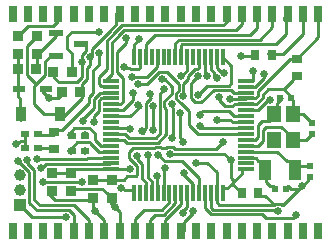
<source format=gtl>
G04*
G04 #@! TF.GenerationSoftware,Altium Limited,Altium Designer,20.0.2 (26)*
G04*
G04 Layer_Physical_Order=1*
G04 Layer_Color=255*
%FSLAX25Y25*%
%MOIN*%
G70*
G01*
G75*
%ADD11C,0.01000*%
%ADD14R,0.02953X0.03701*%
%ADD15R,0.03701X0.02953*%
%ADD16R,0.02756X0.02362*%
%ADD17R,0.02441X0.02362*%
%ADD18R,0.02362X0.02441*%
%ADD19R,0.03347X0.03347*%
%ADD20R,0.05118X0.02362*%
%ADD21R,0.04272X0.02165*%
%ADD22R,0.03583X0.04803*%
%ADD23R,0.03347X0.03347*%
%ADD24R,0.03937X0.07087*%
%ADD25R,0.04724X0.05512*%
%ADD26R,0.05807X0.01181*%
%ADD27R,0.01181X0.05807*%
%ADD45C,0.03937*%
%ADD46R,0.03937X0.03937*%
%ADD47R,0.03150X0.05512*%
%ADD48C,0.02520*%
D11*
X86257Y12968D02*
X89133Y10092D01*
X83866Y13693D02*
X84591Y12968D01*
X86257D01*
X74673Y16568D02*
X75877Y17773D01*
X73469Y15364D02*
X74673Y16568D01*
X78354Y13693D02*
Y14067D01*
X77378Y15043D02*
X78354Y14067D01*
X77004Y15043D02*
X77378D01*
X75479Y16568D02*
X77004Y15043D01*
X74673Y16568D02*
X75479D01*
X91796Y9856D02*
X92202D01*
X91560Y10092D02*
X91796Y9856D01*
X89133Y10092D02*
X91560D01*
X70918Y9856D02*
X89369D01*
X92202D02*
X98524Y16178D01*
X82781Y49155D02*
X85850Y52223D01*
X79881Y49155D02*
X82781D01*
X85850Y52223D02*
Y53350D01*
X88193Y60094D02*
X91949D01*
X28764Y18173D02*
X38974D01*
X96437Y52953D02*
X96811D01*
X95461Y51976D02*
X96437Y52953D01*
X95461Y51476D02*
Y51976D01*
X92299Y48315D02*
X95461Y51476D01*
X96738Y58537D02*
X103851Y65651D01*
X69773Y51827D02*
X69943Y51657D01*
X20417Y20610D02*
X21493Y21686D01*
X14130Y19571D02*
X15169Y20610D01*
X94450Y58465D02*
X96811D01*
X82634Y59630D02*
X82768Y59764D01*
X78079Y59630D02*
X82634D01*
X91949Y60094D02*
X98758Y66904D01*
X82050Y51449D02*
Y54450D01*
X83794Y47809D02*
X94450Y58465D01*
X82050Y51449D02*
X82194Y51304D01*
X82104Y51214D02*
X82194Y51304D01*
X79791Y51214D02*
X82104D01*
X94862Y45390D02*
X94886D01*
X74612Y38002D02*
X75180Y37434D01*
X70037Y38002D02*
X74612D01*
X75180Y37434D02*
X79791D01*
X65477Y41250D02*
X74137D01*
X64551Y40324D02*
X65477Y41250D01*
X65133Y35466D02*
X79791D01*
X64480Y36118D02*
X65133Y35466D01*
X63637Y33497D02*
X79791D01*
X60663Y36471D02*
X63637Y33497D01*
X64551Y39851D02*
Y40324D01*
X14339Y54090D02*
X15909Y52520D01*
X60663Y36471D02*
Y41159D01*
X62252Y7229D02*
Y7854D01*
X59075Y4052D02*
X62252Y7229D01*
X89357Y7890D02*
X90583D01*
X88991Y8256D02*
X89357Y7890D01*
X68798Y8256D02*
X88991D01*
X85006Y6656D02*
X86343Y5319D01*
X95319D01*
X90583Y7732D02*
Y7890D01*
X10650Y33138D02*
X15677D01*
X16488Y34893D02*
X18350D01*
X21709Y33049D02*
Y33055D01*
X21516Y32862D02*
X21709Y33055D01*
X21655Y33392D02*
X21709Y33339D01*
X21091Y33957D02*
X21655Y33392D01*
X22542Y35409D02*
X27635D01*
X21091Y33957D02*
X22542Y35409D01*
X21120Y27954D02*
X21409Y28244D01*
X21701Y27953D02*
Y28839D01*
X21409Y28244D02*
X21505Y28148D01*
X21701Y27953D01*
X23553Y30691D02*
X25052D01*
X21701Y28839D02*
X23553Y30691D01*
X21120Y27954D02*
X21312D01*
X21182Y28471D02*
X21409Y28244D01*
X21118Y28535D02*
X21182Y28471D01*
X27791Y59114D02*
X28458Y59781D01*
Y61905D01*
X27791Y56363D02*
Y59114D01*
X26827Y55398D02*
X27791Y56363D01*
X44314Y55550D02*
Y58950D01*
X43801Y55037D02*
X44314Y55550D01*
X41390Y55037D02*
X43801D01*
X45305Y33794D02*
X45730Y34220D01*
X45208Y33794D02*
X45305D01*
X45350Y34600D02*
X46279Y35530D01*
X54943Y32005D02*
X55290Y32351D01*
X38177Y15515D02*
Y15516D01*
X41100Y21686D02*
X41161Y21748D01*
X43521Y19905D02*
Y22726D01*
X40697Y25550D02*
X43521Y22726D01*
X43458Y26185D02*
X43521Y26122D01*
X45121Y18633D02*
Y23388D01*
X43521Y24988D02*
X45121Y23388D01*
X43521Y24988D02*
Y26122D01*
X38974Y18173D02*
X40186Y19386D01*
X28172Y37513D02*
X29087Y38427D01*
X15102Y28941D02*
X15677Y29516D01*
X27406Y43949D02*
Y45711D01*
X18350Y34893D02*
X27406Y43949D01*
X30606Y44386D02*
X31528Y45308D01*
X29006Y45049D02*
X31234Y47277D01*
X28760Y47065D02*
Y54602D01*
X27406Y45711D02*
X28760Y47065D01*
X29006Y42234D02*
Y45049D01*
X25402Y38630D02*
X29006Y42234D01*
X30606Y41130D02*
Y44386D01*
X31528Y45308D02*
X34609D01*
X31234Y47277D02*
X34609D01*
X25402Y37894D02*
Y38630D01*
X29087Y38427D02*
Y39611D01*
X30606Y41130D01*
X28172Y37513D02*
X28947D01*
X27865Y35254D02*
X29354Y33764D01*
X27790Y35254D02*
X27865D01*
X30882Y56724D02*
Y60472D01*
X28760Y54602D02*
X30882Y56724D01*
X26550Y61210D02*
Y62669D01*
X25102Y59763D02*
X26550Y61210D01*
X28458Y61905D02*
X34290Y67736D01*
X25102Y57370D02*
Y59763D01*
X26827Y51903D02*
Y55398D01*
X25151Y50228D02*
X26827Y51903D01*
X25102Y52442D02*
Y57370D01*
X17314Y50653D02*
X23314D01*
X25102Y52442D01*
X33303Y64486D02*
X35890Y67074D01*
X33303Y55228D02*
Y64486D01*
X30601Y52526D02*
X33303Y55228D01*
X77309Y71366D02*
Y75878D01*
X32807Y51287D02*
X35012Y53492D01*
Y63933D02*
X37490Y66411D01*
X35012Y53492D02*
Y63933D01*
X36720Y60821D02*
X39850Y63950D01*
X36720Y54159D02*
Y60821D01*
Y54159D02*
X38642Y52238D01*
X15677Y34083D02*
X16488Y34893D01*
X40807Y55620D02*
X41390Y55037D01*
X39384Y55620D02*
X40807D01*
X39165Y55839D02*
X39384Y55620D01*
X46859Y52508D02*
X50220Y55869D01*
X41764Y52508D02*
X46859D01*
X46665Y50051D02*
X50723Y54110D01*
X43722Y50051D02*
X46665D01*
X38642Y44291D02*
Y52238D01*
X44314Y58950D02*
X44405Y59041D01*
X7533Y10621D02*
Y20952D01*
X3848Y24637D02*
X7533Y20952D01*
X9233Y11503D02*
X10991Y9746D01*
X12997Y23403D02*
X23542D01*
X9233Y11503D02*
Y21575D01*
X6891Y23916D02*
X9233Y21575D01*
X11593Y22263D02*
X11857D01*
X12997Y23403D01*
X23571Y23374D02*
X31247D01*
X23542Y23403D02*
X23571Y23374D01*
X34489Y23377D02*
X34590Y23478D01*
X31250Y23377D02*
X34489D01*
X31247Y23374D02*
X31250Y23377D01*
X26535Y25121D02*
X27007Y25593D01*
X10110Y25121D02*
X26535D01*
X21493Y21686D02*
X34609D01*
X27007Y25593D02*
X34579D01*
X34609Y25623D01*
X12039Y17551D02*
X25091D01*
X25157Y17618D01*
X58756Y20306D02*
X61199Y17863D01*
X58752Y20310D02*
X58756Y20306D01*
X34834Y12229D02*
X35100Y11963D01*
X34193Y12870D02*
X34240Y12917D01*
X34834Y11696D02*
Y12229D01*
X34567Y10709D02*
X37839Y7437D01*
X34567Y11429D02*
Y12496D01*
X31815Y15248D02*
X33394Y13669D01*
X21158Y15248D02*
X31815D01*
X20417Y14508D02*
X21158Y15248D01*
X38984Y14709D02*
X42436D01*
X38956Y14737D02*
X38984Y14709D01*
X16067Y11531D02*
X28827D01*
Y8358D02*
Y11531D01*
Y8358D02*
X29304Y7881D01*
X32530Y4655D01*
X36205Y9196D02*
Y9791D01*
X34567Y11429D02*
X36205Y9791D01*
X34834Y12229D02*
Y12591D01*
X34567Y12496D02*
X34834Y12229D01*
X34240Y12917D02*
X34567Y12591D01*
X33394Y13764D02*
X34240Y12917D01*
X34834Y11696D02*
X35100Y11963D01*
X34567Y11429D02*
X34834Y11696D01*
X34193Y12870D02*
X34567Y12496D01*
Y12591D01*
Y10709D02*
Y11429D01*
X33394Y13669D02*
X34193Y12870D01*
X33394Y13669D02*
Y13764D01*
X22360Y9756D02*
X27436Y4680D01*
X3165Y30016D02*
X3587D01*
X4721Y31150D01*
X6098D02*
Y33358D01*
Y28941D02*
Y31150D01*
X4721D02*
X6098D01*
X10429Y33358D02*
X10650Y33138D01*
X10429Y28941D02*
X15102D01*
X3771Y24637D02*
X3848D01*
X6891Y23916D02*
Y24936D01*
X68135Y6656D02*
X85006D01*
X68130Y8924D02*
X68798Y8256D01*
X66149Y8643D02*
X68135Y6656D01*
X97397Y15051D02*
X98524Y16178D01*
X94819Y15051D02*
X97397D01*
X93846Y16024D02*
X94819Y15051D01*
X92299Y48315D02*
X94535Y46079D01*
X87265Y48315D02*
X92299D01*
X69995Y13859D02*
X70086Y13769D01*
Y10688D02*
Y13769D01*
Y10688D02*
X70918Y9856D01*
X86248Y21583D02*
X86295Y21535D01*
Y17449D02*
Y21535D01*
X89504Y15303D02*
Y15342D01*
X88823Y16024D02*
X89504Y15342D01*
X87721Y16024D02*
X88823D01*
X86295Y17449D02*
X87721Y16024D01*
X93126Y15303D02*
Y15342D01*
X93807Y16024D01*
X93846D01*
X100972Y19287D02*
X101012D01*
X100291Y18606D02*
X100972Y19287D01*
X100291Y17945D02*
Y18606D01*
X98524Y16178D02*
X100291Y17945D01*
X96091Y22257D02*
Y22931D01*
X96743Y22909D02*
X101012D01*
X96091Y22257D02*
X96743Y22909D01*
X79791Y27592D02*
X90081D01*
X93274Y24399D01*
X94622D01*
X96091Y22931D01*
X79791Y25623D02*
X79881Y25533D01*
X82593D01*
X82780Y25345D01*
X83150D01*
X83869Y24626D01*
X84780D01*
X86248Y23157D01*
Y21583D02*
Y23157D01*
X90088Y43851D02*
X91627Y45390D01*
X87388Y37925D02*
X90088Y40625D01*
X83794Y32451D02*
Y36586D01*
X79881Y31438D02*
X82781D01*
X83794Y32451D01*
X91567Y35890D02*
X94298Y33158D01*
X86543Y35890D02*
X91567D01*
X85575Y34921D02*
X86543Y35890D01*
X85134Y37925D02*
X87388D01*
X83794Y36586D02*
X85134Y37925D01*
X85575Y31256D02*
Y34921D01*
X83879Y29560D02*
X85575Y31256D01*
X94886Y45390D02*
X95550Y44726D01*
Y40181D02*
Y44726D01*
X91264Y45390D02*
X91627D01*
X90088Y40625D02*
Y43851D01*
X95590Y40221D02*
X98826D01*
X101165Y37882D01*
X101847Y37161D02*
X101886D01*
X101165Y37843D02*
X101847Y37161D01*
X101165Y37843D02*
Y37882D01*
X95550Y31519D02*
X99866D01*
X101165Y32819D01*
Y32858D01*
X101847Y33539D01*
X101886D01*
X40755Y35466D02*
X41157Y35063D01*
X40075Y30546D02*
X48877D01*
X40689Y32194D02*
X49632D01*
X39386Y33497D02*
X40689Y32194D01*
X39092Y31529D02*
X40075Y30546D01*
X34609Y31529D02*
X39092D01*
X34609Y33497D02*
X39386D01*
X41157Y35063D02*
X41463D01*
X34290Y67803D02*
X36556Y70068D01*
Y73728D01*
X29354Y31543D02*
Y33764D01*
X27635Y35409D02*
X27790Y35254D01*
X29354Y31543D02*
X31337Y29560D01*
X25151Y45414D02*
Y50228D01*
X18408Y38671D02*
X25151Y45414D01*
X8949Y43602D02*
X12390Y40161D01*
X8949Y43602D02*
Y49413D01*
X18039Y39039D02*
Y40161D01*
Y39039D02*
X18408Y38671D01*
X12390Y40161D02*
X18039D01*
X8949Y49413D02*
X9792Y50256D01*
X12673Y53137D01*
X6886Y53161D02*
X9792Y50256D01*
X6886Y53161D02*
Y62898D01*
X50566Y26733D02*
X50913D01*
X11827Y47772D02*
X14223Y45375D01*
X16946D01*
X19067Y47496D01*
X12673Y53137D02*
Y57669D01*
X3748Y45956D02*
Y55216D01*
Y45956D02*
X4362Y45343D01*
X15909Y52059D02*
X17314Y50653D01*
X15909Y52059D02*
Y52520D01*
X20190Y61955D02*
Y66076D01*
Y61955D02*
X21665Y60480D01*
X21705Y67590D02*
X30807D01*
X20190Y66076D02*
X21705Y67590D01*
X21665Y54094D02*
Y60480D01*
X14614Y59610D02*
X16532D01*
X12673Y57669D02*
X14614Y59610D01*
X24799Y63350D02*
X25869D01*
X26550Y62669D01*
X30601Y50172D02*
Y52526D01*
Y50172D02*
X31438Y49336D01*
X39850Y63950D02*
Y65500D01*
X16532Y66024D02*
Y67091D01*
X10560Y60052D02*
X16532Y66024D01*
X38516Y69766D02*
X72116D01*
X39179Y68166D02*
X76509D01*
X37490Y66478D02*
X39179Y68166D01*
X35890Y67140D02*
X38516Y69766D01*
X34290Y67736D02*
Y67803D01*
X35890Y67074D02*
Y67140D01*
X37490Y66411D02*
Y66478D01*
X55847Y10115D02*
X56193Y10461D01*
X55847Y10115D02*
Y10115D01*
X52337Y6605D02*
X55847Y10115D01*
X49505Y6605D02*
X52337D01*
X47811Y4911D02*
X49505Y6605D01*
X51674Y8205D02*
X54247Y10778D01*
X45673Y8205D02*
X51674D01*
X42717Y5248D02*
X45673Y8205D01*
X49943Y19411D02*
X50220Y19135D01*
X49925Y19430D02*
X49943Y19411D01*
X26032Y32965D02*
Y33049D01*
X25902Y32835D02*
X26032Y32965D01*
X50220Y13950D02*
Y19135D01*
X48342Y13859D02*
Y17675D01*
X52369Y13950D02*
Y21756D01*
X66721Y49632D02*
X70227D01*
X63635Y46546D02*
X66721Y49632D01*
X58623Y53207D02*
X60153Y54737D01*
X58387Y53207D02*
X58623D01*
X58198Y53396D02*
X58387Y53207D01*
X60153Y54737D02*
Y59041D01*
X42195Y28939D02*
X46152D01*
X40697Y27441D02*
X42195Y28939D01*
X40697Y25550D02*
Y27441D01*
X47185Y18832D02*
X48342Y17675D01*
X47185Y18832D02*
Y26583D01*
X69879Y28540D02*
X72173Y30835D01*
X56087Y28540D02*
X69879D01*
X51543Y28994D02*
X51595Y28943D01*
X49589Y28994D02*
X51543D01*
X49540Y28946D02*
X49589Y28994D01*
X46160Y28946D02*
X49540D01*
X34609Y35466D02*
X40755D01*
X52599Y42378D02*
Y44446D01*
X50298Y30594D02*
X53146Y33442D01*
X50999Y46905D02*
X52595Y48501D01*
X52745Y51689D02*
X55188Y49246D01*
X51642Y51689D02*
X52745D01*
X54955Y47723D02*
X55188Y47956D01*
X54955Y46801D02*
Y47723D01*
X52599Y44446D02*
X54955Y46801D01*
X55188Y47956D02*
Y49246D01*
X62194Y51178D02*
X63690Y52674D01*
X62194Y51086D02*
Y51178D01*
X61275Y50167D02*
X62194Y51086D01*
X61275Y45377D02*
Y50167D01*
X45121Y18633D02*
X46275Y17479D01*
Y13958D02*
Y17479D01*
Y13958D02*
X46373Y13859D01*
X64090D02*
Y18879D01*
X52369Y21756D02*
X52721Y22107D01*
X58407Y24562D02*
X64090Y18879D01*
X52638Y24562D02*
X58407D01*
X50566Y26634D02*
X52638Y24562D01*
X59033Y20590D02*
X59041D01*
X58752Y20310D02*
X59033Y20590D01*
X50220Y13950D02*
X50310Y13859D01*
X52279D02*
X52369Y13950D01*
X27867Y30634D02*
X30862Y27639D01*
X25054Y30689D02*
X27788D01*
X25052Y30691D02*
X25054Y30689D01*
X31337Y29560D02*
X34609D01*
X30862Y27639D02*
X34562D01*
X18811Y8146D02*
X18821Y8156D01*
X10328Y8146D02*
X18811D01*
X10318Y8156D02*
X10328Y8146D01*
X9998Y8156D02*
X10318D01*
X7533Y10621D02*
X9998Y8156D01*
X34562Y27639D02*
X34609Y27592D01*
X32296Y33497D02*
X34609D01*
X48926Y30594D02*
X50298D01*
X48877Y30546D02*
X48926Y30594D01*
X46152Y28939D02*
X46160Y28946D01*
X48850Y34750D02*
Y42672D01*
X51244Y33807D02*
Y41471D01*
X49632Y32194D02*
X51244Y33807D01*
X40186Y19386D02*
X43002D01*
X45216Y33977D02*
Y34554D01*
X43919Y43198D02*
X44252D01*
X42146Y44762D02*
Y47213D01*
X41559Y44176D02*
X42146Y44762D01*
X48639Y42800D02*
X48722D01*
X47710Y45160D02*
X48037Y45487D01*
X47662Y45160D02*
X47710D01*
X46279Y43778D02*
X47662Y45160D01*
X53391Y29282D02*
X55345D01*
X53052Y28943D02*
X53391Y29282D01*
X54368Y26922D02*
X72357D01*
X52599Y42378D02*
X53146Y41832D01*
Y33442D02*
Y41832D01*
X50999Y41715D02*
Y46905D01*
Y41715D02*
X51244Y41471D01*
X45350Y34600D02*
X45730Y34220D01*
X55345Y29282D02*
X56087Y28540D01*
X51595Y28943D02*
X53052D01*
X47875Y45648D02*
X48037Y45487D01*
X47875Y45648D02*
Y46847D01*
X45121Y33882D02*
X45216Y33977D01*
X45121Y33882D02*
X45208Y33794D01*
X50913Y26733D02*
X50929Y26749D01*
X44252Y43198D02*
X44600Y42850D01*
X41559Y44109D02*
Y44176D01*
X51351Y51398D02*
X51642Y51689D01*
X20776Y8156D02*
X22343Y6589D01*
Y0D02*
Y6589D01*
X18821Y8156D02*
X20776D01*
X15169Y20610D02*
X20417D01*
X37623Y0D02*
X37839Y216D01*
Y7437D01*
X14130Y13468D02*
X16067Y11531D01*
X18158Y9756D02*
X22360D01*
X18148Y9746D02*
X18158Y9756D01*
X10991Y9746D02*
X18148D01*
X8350Y5796D02*
X19798D01*
X4465Y9681D02*
X8350Y5796D01*
X42717Y0D02*
Y5248D01*
X47811Y0D02*
Y4911D01*
X43002Y19386D02*
X43521Y19905D01*
X32530Y0D02*
Y4655D01*
X6886Y62898D02*
X10142Y66154D01*
Y60052D02*
X10560D01*
X10142Y55508D02*
Y60052D01*
X9850Y55216D02*
X10142Y55508D01*
X3742Y55222D02*
Y60052D01*
Y55222D02*
X3748Y55216D01*
X3742Y66154D02*
X7024Y69436D01*
X17252Y71170D02*
Y74803D01*
X15518Y69436D02*
X17252Y71170D01*
X7024Y69436D02*
X15518D01*
X53478Y54110D02*
X55534Y52053D01*
X50723Y54110D02*
X53478D01*
X58198Y52690D02*
Y53396D01*
X60594Y52915D02*
X62716Y55037D01*
X60594Y51749D02*
Y52915D01*
X59175Y50330D02*
X60594Y51749D01*
X55534Y52015D02*
Y52053D01*
X59158Y50330D02*
X59175D01*
X64923Y43994D02*
X68962Y48032D01*
X62657Y43994D02*
X64923D01*
X70893Y48036D02*
X74919D01*
X75678Y47277D01*
X74186Y49636D02*
X74860Y50310D01*
X70231Y49636D02*
X74186D01*
X70890Y48032D02*
X70893Y48036D01*
X68962Y48032D02*
X70890D01*
X70227Y49632D02*
X70231Y49636D01*
X70802Y44702D02*
Y45673D01*
X69942Y51922D02*
Y51996D01*
Y51922D02*
X69943Y51921D01*
X71800Y53850D02*
X72500D01*
X74860Y50310D02*
Y56145D01*
X69942Y51921D02*
X69943Y51921D01*
X66239Y52938D02*
X66822D01*
X64090Y55543D02*
Y59041D01*
X63584Y55037D02*
X64090Y55543D01*
X62716Y55037D02*
X63584D01*
X63256Y52674D02*
X63690D01*
X55534Y52015D02*
X57272Y50276D01*
X63635Y46354D02*
Y46546D01*
X61275Y45377D02*
X62657Y43994D01*
X58099Y43722D02*
X60663Y41159D01*
X57650Y32246D02*
Y40450D01*
X55290Y32351D02*
Y42116D01*
X68110Y54988D02*
X69182Y53915D01*
X68110Y54988D02*
Y58958D01*
X58915Y46082D02*
Y50086D01*
X57272Y47777D02*
Y50276D01*
X56555Y47060D02*
X57272Y47777D01*
X56555Y45105D02*
Y47060D01*
Y45105D02*
X57937Y43722D01*
X54959Y42447D02*
Y43356D01*
X46279Y35530D02*
Y43778D01*
X38821Y41371D02*
X41559Y44109D01*
X41153Y39403D02*
X44600Y42850D01*
X75678Y47277D02*
X79791D01*
X70086Y55564D02*
X71800Y53850D01*
X70086Y55564D02*
Y58950D01*
X69942Y51921D02*
X69943Y51920D01*
X48722Y42800D02*
X48850Y42672D01*
X57937Y43722D02*
X58099D01*
X58915Y50086D02*
X59158Y50330D01*
X54959Y42447D02*
X55290Y42116D01*
X66141Y53035D02*
Y58957D01*
Y53035D02*
X66239Y52938D01*
X69182Y52418D02*
Y53915D01*
X69943Y51657D02*
Y51920D01*
X74400Y45218D02*
X79700D01*
X75378Y42858D02*
X75859Y43340D01*
X79791D01*
X70800Y44700D02*
X70802Y44702D01*
X63059Y52871D02*
X63256Y52674D01*
X98758Y66904D02*
Y74803D01*
X103851Y65651D02*
Y74803D01*
X34609Y39403D02*
X41153D01*
X54943Y32005D02*
X55046D01*
X85394Y46444D02*
X87265Y48315D01*
X78384Y70041D02*
Y72441D01*
X76509Y68166D02*
X78384Y70041D01*
X72116Y69766D02*
X73290Y70940D01*
X83477Y68954D02*
Y74803D01*
X81090Y66566D02*
X83477Y68954D01*
X49516Y66566D02*
X81090D01*
X93127Y66706D02*
Y71904D01*
X89788Y63366D02*
X93127Y66706D01*
X58466Y63366D02*
X89788D01*
X88571Y69146D02*
Y72441D01*
X84391Y64966D02*
X88571Y69146D01*
X57266Y64966D02*
X84391D01*
X59075Y1075D02*
Y4052D01*
X52906Y4818D02*
X58139Y10052D01*
X58766Y7080D02*
Y7706D01*
X60153Y9093D02*
Y13859D01*
X58766Y7706D02*
X60153Y9093D01*
X27436Y2362D02*
Y4680D01*
X37691Y43340D02*
X38642Y44291D01*
X31438Y49336D02*
X34519D01*
X36556Y73728D02*
X37630Y74803D01*
X52906Y0D02*
Y4818D01*
X69995Y13859D02*
Y20753D01*
X66839Y23910D02*
X69995Y20753D01*
X62933Y23910D02*
X66839D01*
X72357Y26922D02*
X74630Y24650D01*
X62121Y13859D02*
Y16941D01*
X61199Y17863D02*
X62121Y16941D01*
X95319Y5319D02*
X96550Y6550D01*
X57650Y32246D02*
X58650Y31246D01*
X69943Y51657D02*
X70246Y51354D01*
X34609Y21686D02*
X41100D01*
X50220Y55869D02*
Y58950D01*
X42436Y59041D02*
Y63227D01*
X44193Y64984D01*
X50220Y58950D02*
X50310Y59041D01*
X74630Y18820D02*
Y24650D01*
Y18820D02*
X75677Y17773D01*
X75894Y39493D02*
X79700D01*
X74137Y41250D02*
X75894Y39493D01*
X66149Y8643D02*
Y13769D01*
X68130Y8924D02*
Y13756D01*
X68027Y13859D02*
X68130Y13756D01*
X56193Y10461D02*
X56216D01*
X54247Y10778D02*
Y13859D01*
X58000Y0D02*
X59075Y1075D01*
X56216Y10461D02*
Y13859D01*
X71964Y59041D02*
X74860Y56145D01*
X70800Y44700D02*
X72642Y42858D01*
X75378D01*
X75877Y17773D02*
X78286Y20181D01*
X75677Y17773D02*
X75877D01*
X79791Y49245D02*
X79881Y49155D01*
X79791Y45308D02*
X79836Y45353D01*
X82917D01*
X79836Y43385D02*
X79881Y43430D01*
X79791Y43340D02*
X79836Y43385D01*
X83211D01*
X82917Y45353D02*
X83794Y46231D01*
Y47809D01*
X87300Y44900D02*
X87800D01*
X86437Y44037D02*
X87300Y44900D01*
X85394Y45568D02*
Y46444D01*
X83211Y43385D02*
X85394Y45568D01*
X86433Y44037D02*
X86437D01*
X85788Y43392D02*
X86433Y44037D01*
X85788Y43388D02*
Y43392D01*
X83862Y41462D02*
X85788Y43388D01*
X79881Y41462D02*
X83862D01*
X79700Y45218D02*
X79791Y45308D01*
X68027Y59041D02*
X68110Y58958D01*
X69995Y59041D02*
X70086Y58950D01*
X71964Y13859D02*
Y15274D01*
X72054Y15364D01*
X73469D01*
X78286Y20181D02*
Y21596D01*
X78376Y21686D01*
X79791D01*
X58650Y30900D02*
Y31246D01*
X34609Y41371D02*
X38821D01*
X58139Y10052D02*
Y13814D01*
X58184Y13859D01*
X58094Y13769D02*
X58139Y13814D01*
X79791Y41371D02*
X79881Y41462D01*
X66058Y13859D02*
X66149Y13769D01*
X34609Y43340D02*
X37691D01*
X46373Y63423D02*
X49516Y66566D01*
X46373Y59041D02*
Y63423D01*
X42436Y13859D02*
Y14709D01*
X66058Y59041D02*
X66141Y58957D01*
X4362Y38501D02*
Y45343D01*
Y38501D02*
X4863Y38000D01*
X26361Y1287D02*
X27436Y2362D01*
X26361Y1287D02*
X26361Y3437D01*
X27436Y2362D01*
Y0D02*
Y2362D01*
X79791Y29560D02*
X83879D01*
X79791Y31529D02*
X79881Y31438D01*
X73290Y70940D02*
Y74803D01*
X78384Y72441D02*
Y74803D01*
X77309Y75878D02*
X78384Y74803D01*
X87496Y73516D02*
X88571Y72441D01*
X87496Y71366D02*
X87496Y73516D01*
X92590Y72441D02*
X93127Y71904D01*
X93664Y72441D01*
X92590Y71366D02*
X93127Y71904D01*
X92590Y72441D02*
X92590Y71366D01*
X34519Y49336D02*
X34609Y49245D01*
X58184Y63084D02*
X58466Y63366D01*
X56216Y63916D02*
X57266Y64966D01*
X77309Y71366D02*
X78384Y72441D01*
X56216Y59041D02*
Y63916D01*
X88571Y72441D02*
Y74803D01*
X87496Y71366D02*
X88571Y72441D01*
X58184Y59041D02*
Y63084D01*
X93664Y72441D02*
Y74803D01*
D14*
X83866Y13693D02*
D03*
X78354D02*
D03*
X82768Y59764D02*
D03*
X88279D02*
D03*
D15*
X96811Y52953D02*
D03*
Y58465D02*
D03*
X15677Y34083D02*
D03*
Y28571D02*
D03*
D16*
X10429Y28941D02*
D03*
X6098D02*
D03*
X10429Y33358D02*
D03*
X6098D02*
D03*
X21701Y27953D02*
D03*
X26032D02*
D03*
X21701Y32972D02*
D03*
X26032D02*
D03*
D17*
X101677Y37138D02*
D03*
Y33516D02*
D03*
X101012Y19287D02*
D03*
Y22909D02*
D03*
D18*
X94886Y45390D02*
D03*
X91264D02*
D03*
X93126Y15303D02*
D03*
X89504D02*
D03*
D19*
X28764Y18287D02*
D03*
Y12185D02*
D03*
X34972Y18287D02*
D03*
Y12185D02*
D03*
X15126Y20630D02*
D03*
Y14527D02*
D03*
X21413Y20630D02*
D03*
Y14527D02*
D03*
X3742Y66154D02*
D03*
Y60052D02*
D03*
X10142D02*
D03*
Y66154D02*
D03*
D20*
X16532Y67091D02*
D03*
Y59610D02*
D03*
X24799Y63350D02*
D03*
D21*
X13106Y48520D02*
D03*
X4130D02*
D03*
D22*
X4878Y40130D02*
D03*
X17752D02*
D03*
D23*
X15563Y54094D02*
D03*
X21665D02*
D03*
X9850Y55216D02*
D03*
X3748D02*
D03*
X24587Y47512D02*
D03*
X18484D02*
D03*
D24*
X86248Y21583D02*
D03*
X96091D02*
D03*
D25*
X95550Y31519D02*
D03*
Y40181D02*
D03*
X89250D02*
D03*
Y31519D02*
D03*
D26*
X79791Y21686D02*
D03*
Y23655D02*
D03*
Y25623D02*
D03*
Y27592D02*
D03*
Y29560D02*
D03*
Y31529D02*
D03*
Y33497D02*
D03*
Y35466D02*
D03*
Y37434D02*
D03*
Y39403D02*
D03*
Y41371D02*
D03*
Y43340D02*
D03*
Y45308D02*
D03*
Y47277D02*
D03*
Y49245D02*
D03*
Y51214D02*
D03*
X34609D02*
D03*
Y49245D02*
D03*
Y47277D02*
D03*
Y45308D02*
D03*
Y43340D02*
D03*
Y41371D02*
D03*
Y39403D02*
D03*
Y37434D02*
D03*
Y35466D02*
D03*
Y33497D02*
D03*
Y31529D02*
D03*
Y29560D02*
D03*
Y27592D02*
D03*
Y25623D02*
D03*
Y23655D02*
D03*
Y21686D02*
D03*
D27*
X71964Y59041D02*
D03*
X69995D02*
D03*
X68027D02*
D03*
X66058D02*
D03*
X64090D02*
D03*
X62121D02*
D03*
X60153D02*
D03*
X58184D02*
D03*
X56216D02*
D03*
X54247D02*
D03*
X52279D02*
D03*
X50310D02*
D03*
X48342D02*
D03*
X46373D02*
D03*
X44405D02*
D03*
X42436D02*
D03*
Y13859D02*
D03*
X44405D02*
D03*
X46373D02*
D03*
X48342D02*
D03*
X50310D02*
D03*
X52279D02*
D03*
X54247D02*
D03*
X56216D02*
D03*
X58184D02*
D03*
X60153D02*
D03*
X62121D02*
D03*
X64090D02*
D03*
X66058D02*
D03*
X68027D02*
D03*
X69995D02*
D03*
X71964D02*
D03*
D45*
X4465Y19681D02*
D03*
Y14681D02*
D03*
D46*
Y9681D02*
D03*
D47*
X98757Y1181D02*
D03*
X93662D02*
D03*
X103851D02*
D03*
X88568D02*
D03*
X58000D02*
D03*
X63095D02*
D03*
X68189D02*
D03*
X73284D02*
D03*
X78378D02*
D03*
X83473D02*
D03*
X52906D02*
D03*
X47811D02*
D03*
X42717D02*
D03*
X12156D02*
D03*
X17249D02*
D03*
X22343D02*
D03*
X27436D02*
D03*
X32530D02*
D03*
X37623D02*
D03*
X7062D02*
D03*
X1969D02*
D03*
X7063Y73622D02*
D03*
X12158D02*
D03*
X1969D02*
D03*
X17252D02*
D03*
X47820D02*
D03*
X42725D02*
D03*
X37630D02*
D03*
X32536D02*
D03*
X27441D02*
D03*
X22347D02*
D03*
X52914D02*
D03*
X58009D02*
D03*
X63103D02*
D03*
X93664D02*
D03*
X88571D02*
D03*
X83477D02*
D03*
X78384D02*
D03*
X73290D02*
D03*
X68197D02*
D03*
X98758D02*
D03*
X103851D02*
D03*
D48*
X78079Y59630D02*
D03*
X88193Y60094D02*
D03*
X82050Y54450D02*
D03*
X85850Y53350D02*
D03*
X70037Y38002D02*
D03*
X64551Y39851D02*
D03*
X64480Y36118D02*
D03*
X90583Y7732D02*
D03*
X21312Y27954D02*
D03*
X26032Y27953D02*
D03*
X21312Y33049D02*
D03*
X38177Y15516D02*
D03*
X41161Y21748D02*
D03*
X43458Y26185D02*
D03*
X25402Y37894D02*
D03*
X28947Y37513D02*
D03*
X30882Y60472D02*
D03*
X27791Y59114D02*
D03*
X25102Y57370D02*
D03*
X39165Y55839D02*
D03*
X41764Y52508D02*
D03*
X43722Y50051D02*
D03*
X15642Y28638D02*
D03*
X10110Y25192D02*
D03*
X11593Y22263D02*
D03*
X12039Y17551D02*
D03*
X25157Y17618D02*
D03*
X29304Y7881D02*
D03*
X36205Y9196D02*
D03*
X3165Y30016D02*
D03*
X3771Y24637D02*
D03*
X6891Y24936D02*
D03*
X98524Y16178D02*
D03*
X41157Y35063D02*
D03*
X18039Y40161D02*
D03*
X14223Y45375D02*
D03*
X39850Y65500D02*
D03*
X49943Y19411D02*
D03*
X59041Y20590D02*
D03*
X52721Y22107D02*
D03*
X26032Y33049D02*
D03*
X50566Y26634D02*
D03*
X48850Y34750D02*
D03*
X47185Y26583D02*
D03*
X45216Y34554D02*
D03*
X43919Y43198D02*
D03*
X48639Y42800D02*
D03*
X54368Y26922D02*
D03*
X19798Y5796D02*
D03*
X51642Y51689D02*
D03*
X58198Y52690D02*
D03*
X70802Y45673D02*
D03*
X69942Y51996D02*
D03*
X72500Y53850D02*
D03*
X66822Y52938D02*
D03*
X63690Y52674D02*
D03*
X63635Y46354D02*
D03*
X57650Y40450D02*
D03*
X58915Y46082D02*
D03*
X54959Y43356D02*
D03*
X52595Y48501D02*
D03*
X47875Y46847D02*
D03*
X74400Y45218D02*
D03*
X72173Y30835D02*
D03*
X55046Y32005D02*
D03*
X58766Y7080D02*
D03*
X42146Y47213D02*
D03*
X62933Y23910D02*
D03*
X62252Y7854D02*
D03*
X30807Y67590D02*
D03*
X44193Y64984D02*
D03*
X74630Y24650D02*
D03*
X89339Y31559D02*
D03*
X95492Y39795D02*
D03*
X87800Y44900D02*
D03*
X58650Y30900D02*
D03*
X96550Y6550D02*
D03*
M02*

</source>
